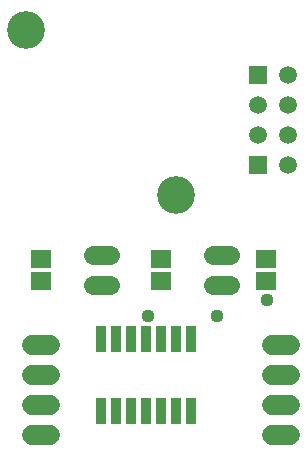
<source format=gbr>
G04 EAGLE Gerber RS-274X export*
G75*
%MOMM*%
%FSLAX34Y34*%
%LPD*%
%INSoldermask Top*%
%IPPOS*%
%AMOC8*
5,1,8,0,0,1.08239X$1,22.5*%
G01*
%ADD10C,3.203200*%
%ADD11R,0.863600X2.235200*%
%ADD12C,1.625600*%
%ADD13C,1.727200*%
%ADD14R,1.703200X1.503200*%
%ADD15R,1.511200X1.511200*%
%ADD16C,1.511200*%
%ADD17C,1.117600*%


D10*
X25400Y368300D03*
X152400Y228600D03*
D11*
X88900Y45466D03*
X88900Y106934D03*
X101600Y45466D03*
X114300Y45466D03*
X101600Y106934D03*
X114300Y106934D03*
X127000Y45466D03*
X127000Y106934D03*
X139700Y45466D03*
X152400Y45466D03*
X139700Y106934D03*
X152400Y106934D03*
X165100Y45466D03*
X165100Y106934D03*
D12*
X96012Y152400D02*
X81788Y152400D01*
X81788Y177800D02*
X96012Y177800D01*
X183388Y152400D02*
X197612Y152400D01*
X197612Y177800D02*
X183388Y177800D01*
D13*
X45720Y101600D02*
X30480Y101600D01*
X30480Y76200D02*
X45720Y76200D01*
X45720Y50800D02*
X30480Y50800D01*
X30480Y25400D02*
X45720Y25400D01*
X233680Y101600D02*
X248920Y101600D01*
X248920Y76200D02*
X233680Y76200D01*
X233680Y50800D02*
X248920Y50800D01*
X248920Y25400D02*
X233680Y25400D01*
D14*
X139700Y155600D03*
X139700Y174600D03*
X38100Y174600D03*
X38100Y155600D03*
X228600Y155600D03*
X228600Y174600D03*
D15*
X221475Y253850D03*
X221475Y330050D03*
D16*
X221475Y279250D03*
X221475Y304650D03*
X246875Y304650D03*
X246875Y279250D03*
X246875Y253850D03*
X246875Y330050D03*
D17*
X228854Y139700D03*
X128270Y125730D03*
X186944Y125730D03*
M02*

</source>
